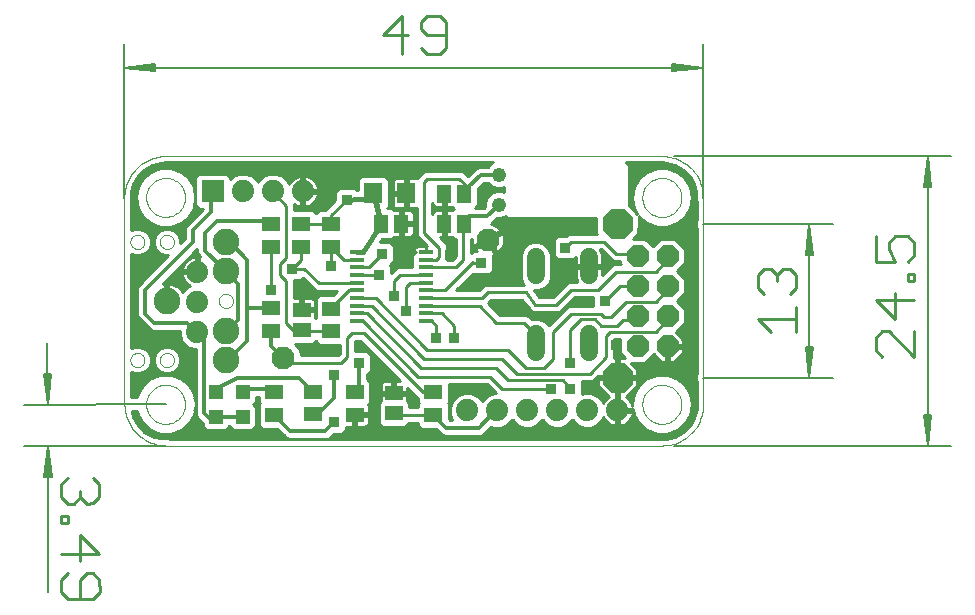
<source format=gtl>
G75*
G70*
%OFA0B0*%
%FSLAX24Y24*%
%IPPOS*%
%LPD*%
%AMOC8*
5,1,8,0,0,1.08239X$1,22.5*
%
%ADD10C,0.0000*%
%ADD11C,0.0051*%
%ADD12C,0.0110*%
%ADD13C,0.0886*%
%ADD14OC8,0.0740*%
%ADD15R,0.0472X0.0472*%
%ADD16R,0.0630X0.0512*%
%ADD17R,0.0512X0.0591*%
%ADD18R,0.0630X0.0709*%
%ADD19C,0.0768*%
%ADD20R,0.0472X0.0118*%
%ADD21C,0.0480*%
%ADD22R,0.0740X0.0740*%
%ADD23C,0.0740*%
%ADD24R,0.0591X0.0512*%
%ADD25C,0.0591*%
%ADD26OC8,0.1000*%
%ADD27C,0.0100*%
%ADD28R,0.0356X0.0356*%
%ADD29C,0.0120*%
%ADD30C,0.0160*%
D10*
X004848Y006033D02*
X004851Y006033D01*
X021387Y006033D01*
X021390Y006033D01*
X020740Y007407D02*
X020742Y007457D01*
X020748Y007507D01*
X020758Y007557D01*
X020771Y007605D01*
X020788Y007653D01*
X020809Y007699D01*
X020833Y007743D01*
X020861Y007785D01*
X020892Y007825D01*
X020926Y007862D01*
X020963Y007897D01*
X021002Y007928D01*
X021043Y007957D01*
X021087Y007982D01*
X021133Y008004D01*
X021180Y008022D01*
X021228Y008036D01*
X021277Y008047D01*
X021327Y008054D01*
X021377Y008057D01*
X021428Y008056D01*
X021478Y008051D01*
X021528Y008042D01*
X021576Y008030D01*
X021624Y008013D01*
X021670Y007993D01*
X021715Y007970D01*
X021758Y007943D01*
X021798Y007913D01*
X021836Y007880D01*
X021871Y007844D01*
X021904Y007805D01*
X021933Y007764D01*
X021959Y007721D01*
X021982Y007676D01*
X022001Y007629D01*
X022016Y007581D01*
X022028Y007532D01*
X022036Y007482D01*
X022040Y007432D01*
X022040Y007382D01*
X022036Y007332D01*
X022028Y007282D01*
X022016Y007233D01*
X022001Y007185D01*
X021982Y007138D01*
X021959Y007093D01*
X021933Y007050D01*
X021904Y007009D01*
X021871Y006970D01*
X021836Y006934D01*
X021798Y006901D01*
X021758Y006871D01*
X021715Y006844D01*
X021670Y006821D01*
X021624Y006801D01*
X021576Y006784D01*
X021528Y006772D01*
X021478Y006763D01*
X021428Y006758D01*
X021377Y006757D01*
X021327Y006760D01*
X021277Y006767D01*
X021228Y006778D01*
X021180Y006792D01*
X021133Y006810D01*
X021087Y006832D01*
X021043Y006857D01*
X021002Y006886D01*
X020963Y006917D01*
X020926Y006952D01*
X020892Y006989D01*
X020861Y007029D01*
X020833Y007071D01*
X020809Y007115D01*
X020788Y007161D01*
X020771Y007209D01*
X020758Y007257D01*
X020748Y007307D01*
X020742Y007357D01*
X020740Y007407D01*
X021387Y006033D02*
X021459Y006035D01*
X021531Y006041D01*
X021603Y006050D01*
X021674Y006063D01*
X021744Y006080D01*
X021813Y006100D01*
X021881Y006125D01*
X021947Y006152D01*
X022013Y006183D01*
X022076Y006218D01*
X022138Y006255D01*
X022197Y006296D01*
X022254Y006340D01*
X022309Y006387D01*
X022361Y006437D01*
X022411Y006489D01*
X022458Y006544D01*
X022502Y006601D01*
X022543Y006660D01*
X022580Y006722D01*
X022615Y006785D01*
X022646Y006851D01*
X022673Y006917D01*
X022698Y006985D01*
X022718Y007054D01*
X022735Y007124D01*
X022748Y007195D01*
X022757Y007267D01*
X022763Y007339D01*
X022765Y007411D01*
X022765Y014300D01*
X020737Y014300D02*
X020739Y014350D01*
X020745Y014400D01*
X020755Y014450D01*
X020768Y014498D01*
X020785Y014546D01*
X020806Y014592D01*
X020830Y014636D01*
X020858Y014678D01*
X020889Y014718D01*
X020923Y014755D01*
X020960Y014790D01*
X020999Y014821D01*
X021040Y014850D01*
X021084Y014875D01*
X021130Y014897D01*
X021177Y014915D01*
X021225Y014929D01*
X021274Y014940D01*
X021324Y014947D01*
X021374Y014950D01*
X021425Y014949D01*
X021475Y014944D01*
X021525Y014935D01*
X021573Y014923D01*
X021621Y014906D01*
X021667Y014886D01*
X021712Y014863D01*
X021755Y014836D01*
X021795Y014806D01*
X021833Y014773D01*
X021868Y014737D01*
X021901Y014698D01*
X021930Y014657D01*
X021956Y014614D01*
X021979Y014569D01*
X021998Y014522D01*
X022013Y014474D01*
X022025Y014425D01*
X022033Y014375D01*
X022037Y014325D01*
X022037Y014275D01*
X022033Y014225D01*
X022025Y014175D01*
X022013Y014126D01*
X021998Y014078D01*
X021979Y014031D01*
X021956Y013986D01*
X021930Y013943D01*
X021901Y013902D01*
X021868Y013863D01*
X021833Y013827D01*
X021795Y013794D01*
X021755Y013764D01*
X021712Y013737D01*
X021667Y013714D01*
X021621Y013694D01*
X021573Y013677D01*
X021525Y013665D01*
X021475Y013656D01*
X021425Y013651D01*
X021374Y013650D01*
X021324Y013653D01*
X021274Y013660D01*
X021225Y013671D01*
X021177Y013685D01*
X021130Y013703D01*
X021084Y013725D01*
X021040Y013750D01*
X020999Y013779D01*
X020960Y013810D01*
X020923Y013845D01*
X020889Y013882D01*
X020858Y013922D01*
X020830Y013964D01*
X020806Y014008D01*
X020785Y014054D01*
X020768Y014102D01*
X020755Y014150D01*
X020745Y014200D01*
X020739Y014250D01*
X020737Y014300D01*
X021387Y015678D02*
X021459Y015676D01*
X021531Y015670D01*
X021603Y015661D01*
X021674Y015648D01*
X021744Y015631D01*
X021813Y015611D01*
X021881Y015586D01*
X021947Y015559D01*
X022013Y015528D01*
X022076Y015493D01*
X022138Y015456D01*
X022197Y015415D01*
X022254Y015371D01*
X022309Y015324D01*
X022361Y015274D01*
X022411Y015222D01*
X022458Y015167D01*
X022502Y015110D01*
X022543Y015051D01*
X022580Y014989D01*
X022615Y014926D01*
X022646Y014860D01*
X022673Y014794D01*
X022698Y014726D01*
X022718Y014657D01*
X022735Y014587D01*
X022748Y014516D01*
X022757Y014444D01*
X022763Y014372D01*
X022765Y014300D01*
X021387Y015678D02*
X004851Y015678D01*
X004198Y014304D02*
X004200Y014354D01*
X004206Y014404D01*
X004216Y014454D01*
X004229Y014502D01*
X004246Y014550D01*
X004267Y014596D01*
X004291Y014640D01*
X004319Y014682D01*
X004350Y014722D01*
X004384Y014759D01*
X004421Y014794D01*
X004460Y014825D01*
X004501Y014854D01*
X004545Y014879D01*
X004591Y014901D01*
X004638Y014919D01*
X004686Y014933D01*
X004735Y014944D01*
X004785Y014951D01*
X004835Y014954D01*
X004886Y014953D01*
X004936Y014948D01*
X004986Y014939D01*
X005034Y014927D01*
X005082Y014910D01*
X005128Y014890D01*
X005173Y014867D01*
X005216Y014840D01*
X005256Y014810D01*
X005294Y014777D01*
X005329Y014741D01*
X005362Y014702D01*
X005391Y014661D01*
X005417Y014618D01*
X005440Y014573D01*
X005459Y014526D01*
X005474Y014478D01*
X005486Y014429D01*
X005494Y014379D01*
X005498Y014329D01*
X005498Y014279D01*
X005494Y014229D01*
X005486Y014179D01*
X005474Y014130D01*
X005459Y014082D01*
X005440Y014035D01*
X005417Y013990D01*
X005391Y013947D01*
X005362Y013906D01*
X005329Y013867D01*
X005294Y013831D01*
X005256Y013798D01*
X005216Y013768D01*
X005173Y013741D01*
X005128Y013718D01*
X005082Y013698D01*
X005034Y013681D01*
X004986Y013669D01*
X004936Y013660D01*
X004886Y013655D01*
X004835Y013654D01*
X004785Y013657D01*
X004735Y013664D01*
X004686Y013675D01*
X004638Y013689D01*
X004591Y013707D01*
X004545Y013729D01*
X004501Y013754D01*
X004460Y013783D01*
X004421Y013814D01*
X004384Y013849D01*
X004350Y013886D01*
X004319Y013926D01*
X004291Y013968D01*
X004267Y014012D01*
X004246Y014058D01*
X004229Y014106D01*
X004216Y014154D01*
X004206Y014204D01*
X004200Y014254D01*
X004198Y014304D01*
X003473Y014300D02*
X003475Y014372D01*
X003481Y014444D01*
X003490Y014516D01*
X003503Y014587D01*
X003520Y014657D01*
X003540Y014726D01*
X003565Y014794D01*
X003592Y014860D01*
X003623Y014926D01*
X003658Y014989D01*
X003695Y015051D01*
X003736Y015110D01*
X003780Y015167D01*
X003827Y015222D01*
X003877Y015274D01*
X003929Y015324D01*
X003984Y015371D01*
X004041Y015415D01*
X004100Y015456D01*
X004162Y015493D01*
X004225Y015528D01*
X004291Y015559D01*
X004357Y015586D01*
X004425Y015611D01*
X004494Y015631D01*
X004564Y015648D01*
X004635Y015661D01*
X004707Y015670D01*
X004779Y015676D01*
X004851Y015678D01*
X003473Y014304D02*
X003473Y014300D01*
X003473Y007450D01*
X003473Y007407D01*
X004198Y007407D02*
X004200Y007457D01*
X004206Y007507D01*
X004216Y007557D01*
X004229Y007605D01*
X004246Y007653D01*
X004267Y007699D01*
X004291Y007743D01*
X004319Y007785D01*
X004350Y007825D01*
X004384Y007862D01*
X004421Y007897D01*
X004460Y007928D01*
X004501Y007957D01*
X004545Y007982D01*
X004591Y008004D01*
X004638Y008022D01*
X004686Y008036D01*
X004735Y008047D01*
X004785Y008054D01*
X004835Y008057D01*
X004886Y008056D01*
X004936Y008051D01*
X004986Y008042D01*
X005034Y008030D01*
X005082Y008013D01*
X005128Y007993D01*
X005173Y007970D01*
X005216Y007943D01*
X005256Y007913D01*
X005294Y007880D01*
X005329Y007844D01*
X005362Y007805D01*
X005391Y007764D01*
X005417Y007721D01*
X005440Y007676D01*
X005459Y007629D01*
X005474Y007581D01*
X005486Y007532D01*
X005494Y007482D01*
X005498Y007432D01*
X005498Y007382D01*
X005494Y007332D01*
X005486Y007282D01*
X005474Y007233D01*
X005459Y007185D01*
X005440Y007138D01*
X005417Y007093D01*
X005391Y007050D01*
X005362Y007009D01*
X005329Y006970D01*
X005294Y006934D01*
X005256Y006901D01*
X005216Y006871D01*
X005173Y006844D01*
X005128Y006821D01*
X005082Y006801D01*
X005034Y006784D01*
X004986Y006772D01*
X004936Y006763D01*
X004886Y006758D01*
X004835Y006757D01*
X004785Y006760D01*
X004735Y006767D01*
X004686Y006778D01*
X004638Y006792D01*
X004591Y006810D01*
X004545Y006832D01*
X004501Y006857D01*
X004460Y006886D01*
X004421Y006917D01*
X004384Y006952D01*
X004350Y006989D01*
X004319Y007029D01*
X004291Y007071D01*
X004267Y007115D01*
X004246Y007161D01*
X004229Y007209D01*
X004216Y007257D01*
X004206Y007307D01*
X004200Y007357D01*
X004198Y007407D01*
X003473Y007450D02*
X003474Y007377D01*
X003479Y007303D01*
X003487Y007231D01*
X003500Y007159D01*
X003516Y007087D01*
X003535Y007017D01*
X003559Y006947D01*
X003586Y006879D01*
X003617Y006813D01*
X003651Y006748D01*
X003688Y006685D01*
X003729Y006624D01*
X003772Y006566D01*
X003819Y006509D01*
X003869Y006455D01*
X003921Y006404D01*
X003976Y006356D01*
X004033Y006311D01*
X004093Y006268D01*
X004155Y006229D01*
X004219Y006193D01*
X004284Y006161D01*
X004352Y006132D01*
X004420Y006107D01*
X004490Y006085D01*
X004561Y006067D01*
X004633Y006052D01*
X004705Y006042D01*
X004778Y006035D01*
X004851Y006032D01*
X004655Y008883D02*
X004657Y008913D01*
X004663Y008943D01*
X004672Y008972D01*
X004685Y008999D01*
X004702Y009024D01*
X004721Y009047D01*
X004744Y009068D01*
X004769Y009085D01*
X004795Y009099D01*
X004824Y009109D01*
X004853Y009116D01*
X004883Y009119D01*
X004914Y009118D01*
X004944Y009113D01*
X004973Y009104D01*
X005000Y009092D01*
X005026Y009077D01*
X005050Y009058D01*
X005071Y009036D01*
X005089Y009012D01*
X005104Y008985D01*
X005115Y008957D01*
X005123Y008928D01*
X005127Y008898D01*
X005127Y008868D01*
X005123Y008838D01*
X005115Y008809D01*
X005104Y008781D01*
X005089Y008754D01*
X005071Y008730D01*
X005050Y008708D01*
X005026Y008689D01*
X005000Y008674D01*
X004973Y008662D01*
X004944Y008653D01*
X004914Y008648D01*
X004883Y008647D01*
X004853Y008650D01*
X004824Y008657D01*
X004795Y008667D01*
X004769Y008681D01*
X004744Y008698D01*
X004721Y008719D01*
X004702Y008742D01*
X004685Y008767D01*
X004672Y008794D01*
X004663Y008823D01*
X004657Y008853D01*
X004655Y008883D01*
X003670Y008883D02*
X003672Y008913D01*
X003678Y008943D01*
X003687Y008972D01*
X003700Y008999D01*
X003717Y009024D01*
X003736Y009047D01*
X003759Y009068D01*
X003784Y009085D01*
X003810Y009099D01*
X003839Y009109D01*
X003868Y009116D01*
X003898Y009119D01*
X003929Y009118D01*
X003959Y009113D01*
X003988Y009104D01*
X004015Y009092D01*
X004041Y009077D01*
X004065Y009058D01*
X004086Y009036D01*
X004104Y009012D01*
X004119Y008985D01*
X004130Y008957D01*
X004138Y008928D01*
X004142Y008898D01*
X004142Y008868D01*
X004138Y008838D01*
X004130Y008809D01*
X004119Y008781D01*
X004104Y008754D01*
X004086Y008730D01*
X004065Y008708D01*
X004041Y008689D01*
X004015Y008674D01*
X003988Y008662D01*
X003959Y008653D01*
X003929Y008648D01*
X003898Y008647D01*
X003868Y008650D01*
X003839Y008657D01*
X003810Y008667D01*
X003784Y008681D01*
X003759Y008698D01*
X003736Y008719D01*
X003717Y008742D01*
X003700Y008767D01*
X003687Y008794D01*
X003678Y008823D01*
X003672Y008853D01*
X003670Y008883D01*
X006623Y010852D02*
X006625Y010882D01*
X006631Y010912D01*
X006640Y010941D01*
X006653Y010968D01*
X006670Y010993D01*
X006689Y011016D01*
X006712Y011037D01*
X006737Y011054D01*
X006763Y011068D01*
X006792Y011078D01*
X006821Y011085D01*
X006851Y011088D01*
X006882Y011087D01*
X006912Y011082D01*
X006941Y011073D01*
X006968Y011061D01*
X006994Y011046D01*
X007018Y011027D01*
X007039Y011005D01*
X007057Y010981D01*
X007072Y010954D01*
X007083Y010926D01*
X007091Y010897D01*
X007095Y010867D01*
X007095Y010837D01*
X007091Y010807D01*
X007083Y010778D01*
X007072Y010750D01*
X007057Y010723D01*
X007039Y010699D01*
X007018Y010677D01*
X006994Y010658D01*
X006968Y010643D01*
X006941Y010631D01*
X006912Y010622D01*
X006882Y010617D01*
X006851Y010616D01*
X006821Y010619D01*
X006792Y010626D01*
X006763Y010636D01*
X006737Y010650D01*
X006712Y010667D01*
X006689Y010688D01*
X006670Y010711D01*
X006653Y010736D01*
X006640Y010763D01*
X006631Y010792D01*
X006625Y010822D01*
X006623Y010852D01*
X004655Y012820D02*
X004657Y012850D01*
X004663Y012880D01*
X004672Y012909D01*
X004685Y012936D01*
X004702Y012961D01*
X004721Y012984D01*
X004744Y013005D01*
X004769Y013022D01*
X004795Y013036D01*
X004824Y013046D01*
X004853Y013053D01*
X004883Y013056D01*
X004914Y013055D01*
X004944Y013050D01*
X004973Y013041D01*
X005000Y013029D01*
X005026Y013014D01*
X005050Y012995D01*
X005071Y012973D01*
X005089Y012949D01*
X005104Y012922D01*
X005115Y012894D01*
X005123Y012865D01*
X005127Y012835D01*
X005127Y012805D01*
X005123Y012775D01*
X005115Y012746D01*
X005104Y012718D01*
X005089Y012691D01*
X005071Y012667D01*
X005050Y012645D01*
X005026Y012626D01*
X005000Y012611D01*
X004973Y012599D01*
X004944Y012590D01*
X004914Y012585D01*
X004883Y012584D01*
X004853Y012587D01*
X004824Y012594D01*
X004795Y012604D01*
X004769Y012618D01*
X004744Y012635D01*
X004721Y012656D01*
X004702Y012679D01*
X004685Y012704D01*
X004672Y012731D01*
X004663Y012760D01*
X004657Y012790D01*
X004655Y012820D01*
X003670Y012820D02*
X003672Y012850D01*
X003678Y012880D01*
X003687Y012909D01*
X003700Y012936D01*
X003717Y012961D01*
X003736Y012984D01*
X003759Y013005D01*
X003784Y013022D01*
X003810Y013036D01*
X003839Y013046D01*
X003868Y013053D01*
X003898Y013056D01*
X003929Y013055D01*
X003959Y013050D01*
X003988Y013041D01*
X004015Y013029D01*
X004041Y013014D01*
X004065Y012995D01*
X004086Y012973D01*
X004104Y012949D01*
X004119Y012922D01*
X004130Y012894D01*
X004138Y012865D01*
X004142Y012835D01*
X004142Y012805D01*
X004138Y012775D01*
X004130Y012746D01*
X004119Y012718D01*
X004104Y012691D01*
X004086Y012667D01*
X004065Y012645D01*
X004041Y012626D01*
X004015Y012611D01*
X003988Y012599D01*
X003959Y012590D01*
X003929Y012585D01*
X003898Y012584D01*
X003868Y012587D01*
X003839Y012594D01*
X003810Y012604D01*
X003784Y012618D01*
X003759Y012635D01*
X003736Y012656D01*
X003717Y012679D01*
X003700Y012704D01*
X003687Y012731D01*
X003678Y012760D01*
X003672Y012790D01*
X003670Y012820D01*
D11*
X000916Y006024D02*
X000927Y001163D01*
X000867Y005000D02*
X000916Y006024D01*
X000816Y005000D01*
X000793Y005000D02*
X000916Y006024D01*
X001021Y005000D01*
X001044Y005000D02*
X000793Y005000D01*
X000970Y005000D02*
X000916Y006024D01*
X001044Y005000D01*
X000129Y006022D02*
X004851Y006033D01*
X004848Y007407D02*
X000126Y007397D01*
X000913Y007398D02*
X000808Y008422D01*
X000785Y008422D02*
X000913Y007398D01*
X001013Y008422D01*
X001036Y008422D02*
X000785Y008422D01*
X000859Y008422D02*
X000913Y007398D01*
X000962Y008422D01*
X001036Y008422D02*
X000913Y007398D01*
X000908Y009446D01*
X003473Y014300D02*
X003473Y019418D01*
X003473Y018631D02*
X004497Y018733D01*
X004497Y018757D02*
X004497Y018505D01*
X003473Y018631D01*
X004497Y018529D01*
X004497Y018580D02*
X003473Y018631D01*
X004497Y018682D01*
X004497Y018757D02*
X003473Y018631D01*
X022765Y018631D01*
X021741Y018529D01*
X021741Y018505D02*
X022765Y018631D01*
X021741Y018733D01*
X021741Y018757D02*
X021741Y018505D01*
X021741Y018580D02*
X022765Y018631D01*
X021741Y018682D01*
X021741Y018757D02*
X022765Y018631D01*
X022765Y019418D02*
X022765Y014300D01*
X022765Y013415D02*
X027095Y013415D01*
X026308Y013415D02*
X026410Y012391D01*
X026434Y012391D02*
X026308Y013415D01*
X026206Y012391D01*
X026182Y012391D02*
X026434Y012391D01*
X026359Y012391D02*
X026308Y013415D01*
X026257Y012391D01*
X026182Y012391D02*
X026308Y013415D01*
X026308Y008296D01*
X026410Y009320D01*
X026434Y009320D02*
X026308Y008296D01*
X026206Y009320D01*
X026182Y009320D02*
X026434Y009320D01*
X026359Y009320D02*
X026308Y008296D01*
X026257Y009320D01*
X026182Y009320D02*
X026308Y008296D01*
X027095Y008296D02*
X022765Y008296D01*
X021780Y006033D02*
X031032Y006033D01*
X030245Y006033D02*
X030347Y007056D01*
X030371Y007056D02*
X030245Y006033D01*
X030143Y007056D01*
X030119Y007056D02*
X030371Y007056D01*
X030296Y007056D02*
X030245Y006033D01*
X030194Y007056D01*
X030119Y007056D02*
X030245Y006033D01*
X030245Y015678D01*
X030347Y014655D01*
X030371Y014655D02*
X030245Y015678D01*
X030143Y014655D01*
X030119Y014655D02*
X030371Y014655D01*
X030296Y014655D02*
X030245Y015678D01*
X030194Y014655D01*
X030119Y014655D02*
X030245Y015678D01*
X031032Y015678D02*
X021780Y015678D01*
D12*
X024802Y011929D02*
X025013Y011929D01*
X025225Y011717D01*
X025436Y011929D01*
X025648Y011929D01*
X025859Y011717D01*
X025859Y011294D01*
X025648Y011083D01*
X025859Y010660D02*
X025859Y009814D01*
X025859Y010237D02*
X024590Y010237D01*
X025013Y009814D01*
X024802Y011083D02*
X024590Y011294D01*
X024590Y011717D01*
X024802Y011929D01*
X025225Y011717D02*
X025225Y011506D01*
X028527Y010895D02*
X029162Y010261D01*
X029162Y011107D01*
X029796Y010895D02*
X028527Y010895D01*
X029585Y011529D02*
X029585Y011741D01*
X029796Y011741D01*
X029796Y011529D01*
X029585Y011529D01*
X029585Y012164D02*
X029796Y012375D01*
X029796Y012798D01*
X029585Y013010D01*
X029162Y013010D01*
X028950Y012798D01*
X028950Y012587D01*
X029162Y012164D01*
X028527Y012164D01*
X028527Y013010D01*
X028739Y009838D02*
X028527Y009626D01*
X028527Y009203D01*
X028739Y008992D01*
X028950Y009838D02*
X029796Y008992D01*
X029796Y009838D01*
X028950Y009838D02*
X028739Y009838D01*
X014192Y019291D02*
X014192Y020137D01*
X013981Y020349D01*
X013558Y020349D01*
X013346Y020137D01*
X013346Y019926D01*
X013558Y019714D01*
X014192Y019714D01*
X014192Y019291D02*
X013981Y019080D01*
X013558Y019080D01*
X013346Y019291D01*
X012924Y019714D02*
X012078Y019714D01*
X012712Y020349D01*
X012712Y019080D01*
X002425Y004948D02*
X002637Y004737D01*
X002637Y004314D01*
X002426Y004102D01*
X002215Y004101D01*
X002003Y004313D01*
X001792Y004101D01*
X001580Y004100D01*
X001368Y004311D01*
X001368Y004735D01*
X001579Y004946D01*
X002003Y004524D02*
X002003Y004313D01*
X001581Y003678D02*
X001369Y003677D01*
X001370Y003466D01*
X001581Y003466D01*
X001581Y003678D01*
X002005Y003044D02*
X002007Y002198D01*
X002219Y001775D02*
X002008Y001564D01*
X002009Y000929D01*
X001586Y000928D02*
X002432Y000930D01*
X002643Y001142D01*
X002642Y001565D01*
X002430Y001776D01*
X002219Y001775D01*
X001584Y001774D02*
X001373Y001563D01*
X001374Y001139D01*
X001586Y000928D01*
X001372Y002408D02*
X002641Y002411D01*
X002005Y003044D01*
D13*
X006859Y008883D03*
X006859Y009867D03*
X004891Y010852D03*
X006859Y011836D03*
X006859Y012820D03*
D14*
X020588Y012349D03*
X021588Y012349D03*
X021588Y011349D03*
X020588Y011349D03*
X020588Y010349D03*
X021588Y010349D03*
X021588Y009349D03*
X020588Y009349D03*
D15*
X007410Y007824D03*
X006525Y007824D03*
X006525Y006997D03*
X007410Y006997D03*
D16*
X008476Y007065D03*
X008476Y007813D03*
X009762Y007819D03*
X009762Y007071D03*
X011151Y007067D03*
X011151Y007815D03*
X010373Y009849D03*
X010373Y010597D03*
X008373Y010607D03*
X008373Y009859D03*
X008373Y012659D03*
X008373Y013407D03*
X009373Y013407D03*
X009373Y012659D03*
X010373Y012659D03*
X010373Y013407D03*
X013772Y007814D03*
X013772Y007065D03*
D17*
X014139Y013433D03*
X014808Y013433D03*
X014808Y014433D03*
X014139Y014433D03*
X012708Y013433D03*
X012039Y013433D03*
D18*
X011772Y014441D03*
X012875Y014441D03*
D19*
X015592Y012898D03*
X008773Y008961D03*
D20*
X011232Y010181D03*
X011232Y010437D03*
X011232Y010693D03*
X011232Y010949D03*
X011232Y011205D03*
X011232Y011461D03*
X011232Y011717D03*
X011232Y011972D03*
X011232Y012228D03*
X011232Y012484D03*
X013515Y012484D03*
X013515Y012228D03*
X013515Y011972D03*
X013515Y011717D03*
X013515Y011461D03*
X013515Y011205D03*
X013515Y010949D03*
X013515Y010693D03*
X013515Y010437D03*
X013515Y010181D03*
D21*
X015952Y014061D03*
X015952Y015061D03*
D22*
X006418Y014512D03*
D23*
X007418Y014512D03*
X008418Y014512D03*
X009418Y014512D03*
X005893Y011823D03*
X005893Y010823D03*
X005893Y009823D03*
X014905Y007209D03*
X015905Y007209D03*
X016905Y007209D03*
X017905Y007209D03*
X018905Y007209D03*
X019905Y007209D03*
D24*
X012456Y007115D03*
X012456Y007784D03*
X009380Y009889D03*
X009380Y010558D03*
D25*
X017188Y009748D02*
X017188Y009158D01*
X018959Y009158D02*
X018959Y009748D01*
X018959Y011717D02*
X018959Y012307D01*
X017188Y012307D02*
X017188Y011717D01*
D26*
X019910Y013415D03*
X019910Y008296D03*
D27*
X019860Y008298D02*
X019210Y008298D01*
X019260Y008346D02*
X019860Y008346D01*
X019860Y008246D01*
X019960Y008246D01*
X019960Y007726D01*
X019955Y007727D01*
X019955Y007259D01*
X019855Y007259D01*
X019855Y007646D01*
X019860Y007646D01*
X019860Y008246D01*
X019260Y008246D01*
X019260Y008027D01*
X019634Y007654D01*
X019632Y007653D01*
X019566Y007605D01*
X019508Y007547D01*
X019460Y007481D01*
X019438Y007438D01*
X019397Y007537D01*
X019233Y007700D01*
X019020Y007789D01*
X018790Y007789D01*
X018716Y007758D01*
X018716Y008173D01*
X018925Y008173D01*
X019028Y008173D01*
X019124Y008212D01*
X019260Y008349D01*
X019260Y008346D01*
X019260Y008200D02*
X019093Y008200D01*
X019260Y008101D02*
X018716Y008101D01*
X018716Y008003D02*
X019285Y008003D01*
X019383Y007904D02*
X018716Y007904D01*
X018716Y007806D02*
X019482Y007806D01*
X019580Y007707D02*
X019217Y007707D01*
X019325Y007609D02*
X019571Y007609D01*
X019481Y007510D02*
X019408Y007510D01*
X019855Y007510D02*
X019955Y007510D01*
X019955Y007412D02*
X019855Y007412D01*
X019855Y007313D02*
X019955Y007313D01*
X019955Y007259D02*
X020421Y007259D01*
X020455Y007067D01*
X020628Y006768D01*
X020628Y006768D01*
X020892Y006546D01*
X021217Y006427D01*
X021563Y006427D01*
X021887Y006546D01*
X021887Y006546D01*
X022152Y006768D01*
X022325Y007067D01*
X022325Y007067D01*
X022385Y007407D01*
X022385Y007407D01*
X022325Y007748D01*
X022152Y008047D01*
X022152Y008047D01*
X021887Y008269D01*
X021563Y008387D01*
X021217Y008387D01*
X020892Y008269D01*
X020628Y008047D01*
X020455Y007748D01*
X020395Y007407D01*
X020404Y007356D01*
X020387Y007408D01*
X020350Y007481D01*
X020302Y007547D01*
X020244Y007605D01*
X020183Y007650D01*
X020560Y008027D01*
X020560Y008246D01*
X019960Y008246D01*
X019960Y008346D01*
X020560Y008346D01*
X020560Y008566D01*
X020357Y008769D01*
X020828Y008769D01*
X021130Y009071D01*
X021372Y008829D01*
X021538Y008829D01*
X021538Y009299D01*
X021638Y009299D01*
X021638Y009399D01*
X022108Y009399D01*
X022108Y009564D01*
X021865Y009806D01*
X022168Y010109D01*
X022168Y010589D01*
X021908Y010849D01*
X022168Y011109D01*
X022168Y011589D01*
X021908Y011849D01*
X022168Y012109D01*
X022168Y012589D01*
X021828Y012929D01*
X021347Y012929D01*
X021088Y012669D01*
X020828Y012929D01*
X020429Y012929D01*
X020620Y013120D01*
X020620Y013668D01*
X020624Y013661D01*
X020889Y013439D01*
X020889Y013439D01*
X021214Y013320D01*
X021560Y013320D01*
X021884Y013439D01*
X022149Y013661D01*
X022322Y013960D01*
X022382Y014300D01*
X022382Y014300D01*
X022322Y014641D01*
X022149Y014940D01*
X021884Y015162D01*
X021560Y015280D01*
X021214Y015280D01*
X020889Y015162D01*
X020624Y014940D01*
X020452Y014641D01*
X020392Y014300D01*
X020452Y013960D01*
X020565Y013764D01*
X020287Y014042D01*
X020287Y015366D01*
X020185Y015468D01*
X021387Y015468D01*
X021539Y015458D01*
X021834Y015379D01*
X022098Y015227D01*
X022313Y015011D01*
X022466Y014747D01*
X022529Y014511D01*
X022529Y014203D01*
X022555Y014177D01*
X022555Y013538D01*
X022529Y013512D01*
X022529Y013317D01*
X022555Y013291D01*
X022555Y008420D01*
X022529Y008394D01*
X022529Y008199D01*
X022555Y008173D01*
X022555Y007411D01*
X022545Y007258D01*
X022466Y006964D01*
X022313Y006700D01*
X022098Y006484D01*
X021834Y006332D01*
X021539Y006253D01*
X021387Y006243D01*
X004974Y006243D01*
X004948Y006268D01*
X004654Y006268D01*
X004401Y006339D01*
X004135Y006498D01*
X003919Y006721D01*
X003767Y006991D01*
X003722Y007169D01*
X003895Y007170D01*
X003913Y007067D01*
X004086Y006768D01*
X004086Y006768D01*
X004351Y006546D01*
X004675Y006427D01*
X005021Y006427D01*
X005346Y006546D01*
X005610Y006768D01*
X005610Y006768D01*
X005783Y007067D01*
X005843Y007407D01*
X005843Y007407D01*
X005783Y007748D01*
X005610Y008047D01*
X005346Y008269D01*
X005021Y008387D01*
X004675Y008387D01*
X004351Y008269D01*
X004351Y008269D01*
X004086Y008047D01*
X003913Y007748D01*
X003913Y007748D01*
X003894Y007641D01*
X003683Y007640D01*
X003683Y008492D01*
X003818Y008437D01*
X003995Y008437D01*
X004159Y008505D01*
X004285Y008630D01*
X004353Y008794D01*
X004353Y008972D01*
X004285Y009136D01*
X004159Y009261D01*
X003995Y009329D01*
X003818Y009329D01*
X003683Y009274D01*
X003683Y012429D01*
X003818Y012374D01*
X003995Y012374D01*
X004159Y012442D01*
X004285Y012567D01*
X004353Y012731D01*
X004353Y012909D01*
X004285Y013073D01*
X004159Y013198D01*
X003995Y013266D01*
X003818Y013266D01*
X003683Y013211D01*
X003683Y014177D01*
X003709Y014203D01*
X003709Y014511D01*
X003772Y014747D01*
X003925Y015011D01*
X004140Y015227D01*
X004404Y015379D01*
X004699Y015458D01*
X004851Y015468D01*
X015758Y015468D01*
X015697Y015443D01*
X015585Y015331D01*
X015365Y015331D01*
X015316Y015333D01*
X015312Y015331D01*
X015307Y015331D01*
X015262Y015312D01*
X015215Y015295D01*
X015212Y015292D01*
X015208Y015290D01*
X015173Y015255D01*
X014922Y015018D01*
X014860Y015080D01*
X014787Y015153D01*
X014691Y015193D01*
X013522Y015193D01*
X013426Y015153D01*
X013353Y015080D01*
X013253Y014980D01*
X013236Y014938D01*
X013209Y014945D01*
X012925Y014945D01*
X012925Y014491D01*
X012825Y014491D01*
X012825Y014945D01*
X012540Y014945D01*
X012502Y014935D01*
X012467Y014915D01*
X012440Y014887D01*
X012420Y014853D01*
X012410Y014815D01*
X012410Y014491D01*
X012825Y014491D01*
X012825Y014391D01*
X012925Y014391D01*
X012925Y013936D01*
X013209Y013936D01*
X013213Y013937D01*
X013213Y013081D01*
X013253Y012985D01*
X013326Y012912D01*
X013545Y012693D01*
X013515Y012693D01*
X013259Y012693D01*
X013221Y012683D01*
X013187Y012663D01*
X013159Y012635D01*
X013139Y012601D01*
X013129Y012563D01*
X013129Y012484D01*
X013129Y012434D01*
X013069Y012374D01*
X013069Y011977D01*
X012606Y011977D01*
X012510Y011937D01*
X012361Y011788D01*
X012361Y011998D01*
X012315Y012045D01*
X012338Y012045D01*
X012461Y012168D01*
X012461Y012698D01*
X012338Y012821D01*
X011995Y012821D01*
X012062Y012927D01*
X012382Y012927D01*
X012442Y012987D01*
X012658Y012987D01*
X012658Y013383D01*
X012758Y013383D01*
X012758Y013483D01*
X012658Y013483D01*
X012658Y013878D01*
X012442Y013878D01*
X012382Y013938D01*
X012236Y013938D01*
X012297Y013999D01*
X012297Y014882D01*
X012174Y015005D01*
X011370Y015005D01*
X011247Y014882D01*
X011247Y014545D01*
X011216Y014543D01*
X011142Y014618D01*
X010611Y014618D01*
X010488Y014495D01*
X010488Y014209D01*
X010153Y013874D01*
X010153Y013873D01*
X009971Y013873D01*
X009873Y013775D01*
X009775Y013873D01*
X009133Y013873D01*
X009133Y014076D01*
X009146Y014067D01*
X009218Y014030D01*
X009296Y014005D01*
X009368Y013993D01*
X009368Y014462D01*
X009468Y014462D01*
X009468Y014562D01*
X009368Y014562D01*
X009368Y015030D01*
X009296Y015019D01*
X009218Y014994D01*
X009146Y014957D01*
X009079Y014908D01*
X009021Y014851D01*
X008973Y014784D01*
X008951Y014741D01*
X008910Y014840D01*
X008747Y015003D01*
X008533Y015092D01*
X008303Y015092D01*
X008090Y015003D01*
X007926Y014840D01*
X007918Y014820D01*
X007910Y014840D01*
X007747Y015003D01*
X007533Y015092D01*
X007303Y015092D01*
X007090Y015003D01*
X006998Y014912D01*
X006998Y014969D01*
X006875Y015092D01*
X005961Y015092D01*
X005838Y014969D01*
X005838Y014333D01*
X005783Y014644D01*
X005610Y014943D01*
X005610Y014943D01*
X005346Y015165D01*
X005346Y015165D01*
X005021Y015284D01*
X004675Y015284D01*
X004351Y015165D01*
X004351Y015165D01*
X004086Y014943D01*
X003913Y014644D01*
X003913Y014644D01*
X003853Y014304D01*
X003853Y014304D01*
X003913Y013963D01*
X004086Y013664D01*
X004086Y013664D01*
X004351Y013442D01*
X004675Y013324D01*
X005021Y013324D01*
X005346Y013442D01*
X005610Y013664D01*
X005610Y013664D01*
X005783Y013963D01*
X005838Y014274D01*
X005838Y014055D01*
X005961Y013932D01*
X006091Y013932D01*
X005544Y013386D01*
X005503Y013286D01*
X005503Y012944D01*
X005337Y012778D01*
X005337Y012909D01*
X005269Y013073D01*
X005143Y013198D01*
X004979Y013266D01*
X004802Y013266D01*
X004638Y013198D01*
X004512Y013073D01*
X004444Y012909D01*
X004444Y012731D01*
X004512Y012567D01*
X004638Y012442D01*
X004802Y012374D01*
X004933Y012374D01*
X003944Y011386D01*
X003903Y011286D01*
X003903Y010379D01*
X003944Y010280D01*
X004020Y010204D01*
X004320Y009904D01*
X004420Y009863D01*
X005313Y009863D01*
X005313Y009707D01*
X005402Y009494D01*
X005565Y009331D01*
X005778Y009243D01*
X005861Y009243D01*
X005861Y007062D01*
X005902Y006962D01*
X006078Y006786D01*
X006078Y006674D01*
X006201Y006551D01*
X006848Y006551D01*
X006967Y006671D01*
X007087Y006551D01*
X007734Y006551D01*
X007857Y006674D01*
X007857Y007320D01*
X007766Y007411D01*
X007857Y007501D01*
X007857Y007663D01*
X007951Y007663D01*
X007951Y007470D01*
X007982Y007439D01*
X007951Y007408D01*
X007951Y006722D01*
X008074Y006599D01*
X008555Y006599D01*
X008777Y006373D01*
X008778Y006372D01*
X008815Y006335D01*
X008851Y006297D01*
X008853Y006297D01*
X008853Y006296D01*
X008902Y006276D01*
X008950Y006255D01*
X008952Y006255D01*
X008953Y006255D01*
X009005Y006255D01*
X009058Y006254D01*
X009059Y006255D01*
X010220Y006255D01*
X010319Y006296D01*
X010455Y006432D01*
X010727Y006432D01*
X010850Y006555D01*
X010850Y006661D01*
X011101Y006661D01*
X011101Y007017D01*
X011201Y007017D01*
X011201Y007117D01*
X011615Y007117D01*
X011615Y007342D01*
X011605Y007380D01*
X011598Y007394D01*
X011675Y007472D01*
X011675Y008158D01*
X011571Y008262D01*
X011571Y008405D01*
X011689Y008523D01*
X011689Y009054D01*
X011566Y009177D01*
X011165Y009177D01*
X011165Y009513D01*
X011338Y009513D01*
X012661Y008190D01*
X012506Y008190D01*
X012506Y007834D01*
X012901Y007834D01*
X012901Y007950D01*
X013197Y007654D01*
X013199Y007650D01*
X013234Y007617D01*
X013247Y007604D01*
X013247Y007471D01*
X013278Y007439D01*
X013247Y007408D01*
X013247Y007315D01*
X012961Y007315D01*
X012961Y007458D01*
X012901Y007518D01*
X012901Y007734D01*
X012506Y007734D01*
X012506Y007834D01*
X012406Y007834D01*
X012406Y007734D01*
X012011Y007734D01*
X012011Y007518D01*
X011951Y007458D01*
X011951Y006772D01*
X012074Y006649D01*
X012838Y006649D01*
X012961Y006772D01*
X012961Y006795D01*
X013247Y006795D01*
X013247Y006723D01*
X013370Y006600D01*
X013850Y006600D01*
X013975Y006472D01*
X013975Y006470D01*
X014012Y006433D01*
X014049Y006396D01*
X014050Y006395D01*
X014051Y006394D01*
X014099Y006374D01*
X014147Y006354D01*
X014149Y006354D01*
X014150Y006353D01*
X014202Y006353D01*
X014255Y006353D01*
X014256Y006353D01*
X015338Y006353D01*
X015437Y006394D01*
X015513Y006470D01*
X015706Y006663D01*
X015790Y006629D01*
X016020Y006629D01*
X016233Y006717D01*
X016397Y006880D01*
X016405Y006900D01*
X016413Y006880D01*
X016576Y006717D01*
X016790Y006629D01*
X017020Y006629D01*
X017233Y006717D01*
X017397Y006880D01*
X017405Y006900D01*
X017413Y006880D01*
X017576Y006717D01*
X017790Y006629D01*
X018020Y006629D01*
X018233Y006717D01*
X018397Y006880D01*
X018405Y006900D01*
X018413Y006880D01*
X018576Y006717D01*
X018790Y006629D01*
X019020Y006629D01*
X019233Y006717D01*
X019397Y006880D01*
X019438Y006980D01*
X019460Y006936D01*
X019508Y006870D01*
X019566Y006812D01*
X019632Y006764D01*
X019705Y006727D01*
X019783Y006702D01*
X019855Y006690D01*
X019855Y007159D01*
X019955Y007159D01*
X019955Y007259D01*
X019955Y007215D02*
X020429Y007215D01*
X020424Y007159D02*
X019955Y007159D01*
X019955Y006690D01*
X020027Y006702D01*
X020105Y006727D01*
X020177Y006764D01*
X020244Y006812D01*
X020302Y006870D01*
X020350Y006936D01*
X020387Y007009D01*
X020412Y007087D01*
X020424Y007159D01*
X020417Y007116D02*
X020446Y007116D01*
X020455Y007067D02*
X020455Y007067D01*
X020483Y007018D02*
X020390Y007018D01*
X020337Y006919D02*
X020540Y006919D01*
X020597Y006821D02*
X020252Y006821D01*
X020090Y006722D02*
X020682Y006722D01*
X020799Y006624D02*
X015667Y006624D01*
X015568Y006525D02*
X020949Y006525D01*
X020892Y006546D02*
X020892Y006546D01*
X021831Y006525D02*
X022139Y006525D01*
X022237Y006624D02*
X021980Y006624D01*
X022098Y006722D02*
X022326Y006722D01*
X022383Y006821D02*
X022183Y006821D01*
X022152Y006768D02*
X022152Y006768D01*
X022152Y006768D01*
X022240Y006919D02*
X022440Y006919D01*
X022480Y007018D02*
X022296Y007018D01*
X022334Y007116D02*
X022507Y007116D01*
X022533Y007215D02*
X022351Y007215D01*
X022368Y007313D02*
X022548Y007313D01*
X022555Y007412D02*
X022384Y007412D01*
X022367Y007510D02*
X022555Y007510D01*
X022555Y007609D02*
X022350Y007609D01*
X022332Y007707D02*
X022555Y007707D01*
X022555Y007806D02*
X022292Y007806D01*
X022325Y007748D02*
X022325Y007748D01*
X022235Y007904D02*
X022555Y007904D01*
X022555Y008003D02*
X022178Y008003D01*
X022088Y008101D02*
X022555Y008101D01*
X022529Y008200D02*
X021970Y008200D01*
X021887Y008269D02*
X021887Y008269D01*
X021808Y008298D02*
X022529Y008298D01*
X022532Y008397D02*
X020560Y008397D01*
X020560Y008495D02*
X022555Y008495D01*
X022555Y008594D02*
X020532Y008594D01*
X020434Y008692D02*
X022555Y008692D01*
X022555Y008791D02*
X020850Y008791D01*
X020948Y008889D02*
X021312Y008889D01*
X021213Y008988D02*
X021047Y008988D01*
X021538Y008988D02*
X021638Y008988D01*
X021638Y009086D02*
X021538Y009086D01*
X021538Y009185D02*
X021638Y009185D01*
X021638Y009283D02*
X021538Y009283D01*
X021638Y009299D02*
X021638Y008829D01*
X021803Y008829D01*
X022108Y009133D01*
X022108Y009299D01*
X021638Y009299D01*
X021638Y009382D02*
X022555Y009382D01*
X022555Y009480D02*
X022108Y009480D01*
X022093Y009579D02*
X022555Y009579D01*
X022555Y009677D02*
X021995Y009677D01*
X021896Y009776D02*
X022555Y009776D01*
X022555Y009874D02*
X021933Y009874D01*
X022032Y009973D02*
X022555Y009973D01*
X022555Y010071D02*
X022130Y010071D01*
X022168Y010170D02*
X022555Y010170D01*
X022555Y010268D02*
X022168Y010268D01*
X022168Y010367D02*
X022555Y010367D01*
X022555Y010465D02*
X022168Y010465D01*
X022168Y010564D02*
X022555Y010564D01*
X022555Y010662D02*
X022094Y010662D01*
X021996Y010761D02*
X022555Y010761D01*
X022555Y010859D02*
X021918Y010859D01*
X022017Y010958D02*
X022555Y010958D01*
X022555Y011056D02*
X022115Y011056D01*
X022168Y011155D02*
X022555Y011155D01*
X022555Y011253D02*
X022168Y011253D01*
X022168Y011352D02*
X022555Y011352D01*
X022555Y011450D02*
X022168Y011450D01*
X022168Y011549D02*
X022555Y011549D01*
X022555Y011647D02*
X022109Y011647D01*
X022011Y011746D02*
X022555Y011746D01*
X022555Y011844D02*
X021912Y011844D01*
X022002Y011943D02*
X022555Y011943D01*
X022555Y012041D02*
X022100Y012041D01*
X022168Y012140D02*
X022555Y012140D01*
X022555Y012238D02*
X022168Y012238D01*
X022168Y012337D02*
X022555Y012337D01*
X022555Y012435D02*
X022168Y012435D01*
X022168Y012534D02*
X022555Y012534D01*
X022555Y012632D02*
X022124Y012632D01*
X022026Y012731D02*
X022555Y012731D01*
X022555Y012829D02*
X021927Y012829D01*
X021829Y012928D02*
X022555Y012928D01*
X022555Y013026D02*
X020526Y013026D01*
X020620Y013125D02*
X022555Y013125D01*
X022555Y013223D02*
X020620Y013223D01*
X020620Y013322D02*
X021210Y013322D01*
X020940Y013420D02*
X020620Y013420D01*
X020620Y013519D02*
X020794Y013519D01*
X020676Y013617D02*
X020620Y013617D01*
X020624Y013661D02*
X020624Y013661D01*
X020536Y013814D02*
X020515Y013814D01*
X020479Y013913D02*
X020416Y013913D01*
X020452Y013960D02*
X020452Y013960D01*
X020443Y014011D02*
X020318Y014011D01*
X020287Y014110D02*
X020425Y014110D01*
X020408Y014208D02*
X020287Y014208D01*
X020287Y014307D02*
X020393Y014307D01*
X020392Y014300D02*
X020392Y014300D01*
X020410Y014405D02*
X020287Y014405D01*
X020287Y014504D02*
X020427Y014504D01*
X020445Y014602D02*
X020287Y014602D01*
X020287Y014701D02*
X020486Y014701D01*
X020452Y014641D02*
X020452Y014641D01*
X020543Y014799D02*
X020287Y014799D01*
X020287Y014898D02*
X020600Y014898D01*
X020624Y014940D02*
X020624Y014940D01*
X020624Y014940D01*
X020691Y014996D02*
X020287Y014996D01*
X020287Y015095D02*
X020809Y015095D01*
X020889Y015162D02*
X020889Y015162D01*
X020974Y015193D02*
X020287Y015193D01*
X020287Y015292D02*
X021986Y015292D01*
X021884Y015162D02*
X021884Y015162D01*
X021799Y015193D02*
X022132Y015193D01*
X022230Y015095D02*
X021965Y015095D01*
X022082Y014996D02*
X022322Y014996D01*
X022379Y014898D02*
X022174Y014898D01*
X022149Y014940D02*
X022149Y014940D01*
X022230Y014799D02*
X022436Y014799D01*
X022478Y014701D02*
X022287Y014701D01*
X022322Y014641D02*
X022322Y014641D01*
X022329Y014602D02*
X022505Y014602D01*
X022529Y014504D02*
X022346Y014504D01*
X022363Y014405D02*
X022529Y014405D01*
X022529Y014307D02*
X022381Y014307D01*
X022366Y014208D02*
X022529Y014208D01*
X022555Y014110D02*
X022348Y014110D01*
X022331Y014011D02*
X022555Y014011D01*
X022555Y013913D02*
X022295Y013913D01*
X022322Y013960D02*
X022322Y013960D01*
X022238Y013814D02*
X022555Y013814D01*
X022555Y013716D02*
X022181Y013716D01*
X022149Y013661D02*
X022149Y013661D01*
X022149Y013661D01*
X022097Y013617D02*
X022555Y013617D01*
X022536Y013519D02*
X021980Y013519D01*
X021884Y013439D02*
X021884Y013439D01*
X021834Y013420D02*
X022529Y013420D01*
X022529Y013322D02*
X021563Y013322D01*
X021346Y012928D02*
X020829Y012928D01*
X020927Y012829D02*
X021248Y012829D01*
X021149Y012731D02*
X021026Y012731D01*
X020588Y012349D02*
X020405Y012433D01*
X019873Y012433D01*
X019473Y012833D01*
X018373Y012833D01*
X018173Y012633D01*
X017785Y012632D02*
X017577Y012632D01*
X017616Y012594D02*
X017474Y012736D01*
X017288Y012813D01*
X017087Y012813D01*
X016901Y012736D01*
X016759Y012594D01*
X016682Y012408D01*
X016682Y011616D01*
X016759Y011431D01*
X016791Y011399D01*
X015528Y011399D01*
X015432Y011359D01*
X015359Y011286D01*
X015282Y011209D01*
X014529Y011209D01*
X015080Y011760D01*
X015102Y011738D01*
X015632Y011738D01*
X015755Y011861D01*
X015755Y012390D01*
X015797Y012403D01*
X015815Y012412D01*
X015574Y012830D01*
X015157Y012589D01*
X015185Y012550D01*
X015221Y012514D01*
X015102Y012514D01*
X015033Y012446D01*
X015033Y012927D01*
X015058Y012927D01*
X015058Y012856D01*
X015072Y012773D01*
X015098Y012693D01*
X015107Y012675D01*
X015524Y012916D01*
X015574Y012830D01*
X015661Y012880D01*
X015611Y012966D01*
X016028Y013207D01*
X015999Y013246D01*
X015940Y013305D01*
X015872Y013355D01*
X015797Y013393D01*
X015717Y013419D01*
X015678Y013425D01*
X015711Y013439D01*
X015884Y013611D01*
X016041Y013611D01*
X016187Y013672D01*
X016240Y013619D01*
X019200Y013619D01*
X019200Y013120D01*
X019228Y013093D01*
X018322Y013093D01*
X018226Y013053D01*
X018194Y013021D01*
X017908Y013021D01*
X017785Y012898D01*
X017785Y012368D01*
X017908Y012245D01*
X018438Y012245D01*
X018514Y012320D01*
X018514Y012061D01*
X018911Y012061D01*
X018911Y011964D01*
X018514Y011964D01*
X018514Y011682D01*
X018525Y011613D01*
X018547Y011546D01*
X018575Y011491D01*
X018320Y011491D01*
X018225Y011451D01*
X018151Y011378D01*
X017766Y010993D01*
X017303Y010993D01*
X017138Y011212D01*
X017288Y011212D01*
X017474Y011289D01*
X017616Y011431D01*
X017693Y011616D01*
X017693Y012408D01*
X017616Y012594D01*
X017641Y012534D02*
X017785Y012534D01*
X017785Y012435D02*
X017682Y012435D01*
X017693Y012337D02*
X017816Y012337D01*
X017693Y012238D02*
X018514Y012238D01*
X018514Y012140D02*
X017693Y012140D01*
X017693Y012041D02*
X018911Y012041D01*
X019008Y012041D02*
X019713Y012041D01*
X019723Y012051D02*
X019404Y011733D01*
X019404Y011964D01*
X019008Y011964D01*
X019008Y012061D01*
X019404Y012061D01*
X019404Y012342D01*
X019394Y012412D01*
X019372Y012478D01*
X019340Y012541D01*
X019317Y012573D01*
X019366Y012573D01*
X019653Y012285D01*
X019726Y012212D01*
X019822Y012173D01*
X020008Y012173D01*
X020008Y012109D01*
X020025Y012091D01*
X019819Y012091D01*
X019723Y012051D01*
X019614Y011943D02*
X019404Y011943D01*
X019404Y011844D02*
X019516Y011844D01*
X019417Y011746D02*
X019404Y011746D01*
X019404Y012140D02*
X020008Y012140D01*
X019700Y012238D02*
X019404Y012238D01*
X019404Y012337D02*
X019602Y012337D01*
X019503Y012435D02*
X019386Y012435D01*
X019405Y012534D02*
X019344Y012534D01*
X019200Y013125D02*
X015885Y013125D01*
X015914Y013026D02*
X015714Y013026D01*
X015744Y012928D02*
X015633Y012928D01*
X015661Y012880D02*
X016078Y013121D01*
X016087Y013103D01*
X016113Y013023D01*
X016126Y012940D01*
X016126Y012856D01*
X016113Y012773D01*
X016087Y012693D01*
X016049Y012618D01*
X015999Y012550D01*
X015940Y012491D01*
X015901Y012463D01*
X015661Y012880D01*
X015690Y012829D02*
X015574Y012829D01*
X015573Y012829D02*
X015373Y012829D01*
X015402Y012731D02*
X015202Y012731D01*
X015232Y012632D02*
X015033Y012632D01*
X015033Y012534D02*
X015202Y012534D01*
X015085Y012731D02*
X015033Y012731D01*
X015033Y012829D02*
X015063Y012829D01*
X014513Y012829D02*
X014145Y012829D01*
X014194Y012780D02*
X013986Y012987D01*
X014089Y012987D01*
X014089Y013383D01*
X014189Y013383D01*
X014189Y012987D01*
X014405Y012987D01*
X014465Y012927D01*
X014513Y012927D01*
X014513Y012340D01*
X014405Y012232D01*
X014213Y012232D01*
X014233Y012281D01*
X014233Y012684D01*
X014194Y012780D01*
X014214Y012731D02*
X014513Y012731D01*
X014513Y012632D02*
X014233Y012632D01*
X014233Y012534D02*
X014513Y012534D01*
X014513Y012435D02*
X014233Y012435D01*
X014233Y012337D02*
X014510Y012337D01*
X014411Y012238D02*
X014216Y012238D01*
X013973Y012333D02*
X013869Y012228D01*
X013515Y012228D01*
X013515Y011972D02*
X014513Y011972D01*
X014773Y012233D01*
X014773Y013398D01*
X014465Y012928D02*
X014046Y012928D01*
X014089Y013026D02*
X014189Y013026D01*
X014189Y013125D02*
X014089Y013125D01*
X014089Y013223D02*
X014189Y013223D01*
X014189Y013322D02*
X014089Y013322D01*
X014089Y013483D02*
X014089Y013878D01*
X013863Y013878D01*
X013825Y013868D01*
X013791Y013848D01*
X013763Y013820D01*
X013743Y013786D01*
X013733Y013750D01*
X013733Y014116D01*
X013743Y014079D01*
X013763Y014045D01*
X013791Y014017D01*
X013825Y013998D01*
X013863Y013987D01*
X014089Y013987D01*
X014089Y014383D01*
X014189Y014383D01*
X014189Y013987D01*
X014405Y013987D01*
X014460Y013933D01*
X014405Y013878D01*
X014189Y013878D01*
X014189Y013483D01*
X014089Y013483D01*
X014089Y013519D02*
X014189Y013519D01*
X014189Y013617D02*
X014089Y013617D01*
X014089Y013716D02*
X014189Y013716D01*
X014189Y013814D02*
X014089Y013814D01*
X014089Y014011D02*
X014189Y014011D01*
X014189Y014110D02*
X014089Y014110D01*
X014089Y014208D02*
X014189Y014208D01*
X014189Y014307D02*
X014089Y014307D01*
X013735Y014110D02*
X013733Y014110D01*
X013733Y014011D02*
X013801Y014011D01*
X013733Y013913D02*
X014440Y013913D01*
X013759Y013814D02*
X013733Y013814D01*
X013213Y013814D02*
X013087Y013814D01*
X013084Y013820D02*
X013104Y013786D01*
X013114Y013748D01*
X013114Y013483D01*
X012758Y013483D01*
X012758Y013878D01*
X012984Y013878D01*
X013022Y013868D01*
X013056Y013848D01*
X013084Y013820D01*
X013114Y013716D02*
X013213Y013716D01*
X013213Y013617D02*
X013114Y013617D01*
X013114Y013519D02*
X013213Y013519D01*
X013213Y013420D02*
X012758Y013420D01*
X012758Y013383D02*
X013114Y013383D01*
X013114Y013118D01*
X013104Y013079D01*
X013084Y013045D01*
X013056Y013017D01*
X013022Y012998D01*
X012984Y012987D01*
X012758Y012987D01*
X012758Y013383D01*
X012758Y013322D02*
X012658Y013322D01*
X012658Y013223D02*
X012758Y013223D01*
X012758Y013125D02*
X012658Y013125D01*
X012658Y013026D02*
X012758Y013026D01*
X013065Y013026D02*
X013236Y013026D01*
X013213Y013125D02*
X013114Y013125D01*
X013114Y013223D02*
X013213Y013223D01*
X013213Y013322D02*
X013114Y013322D01*
X013473Y013133D02*
X013473Y014833D01*
X013573Y014933D01*
X014640Y014933D01*
X014929Y014643D01*
X015274Y014608D02*
X015274Y014050D01*
X015161Y013938D01*
X015446Y013938D01*
X015502Y013993D01*
X015502Y014151D01*
X015570Y014316D01*
X015697Y014443D01*
X015862Y014511D01*
X016041Y014511D01*
X016117Y014480D01*
X016117Y014643D01*
X016041Y014611D01*
X015862Y014611D01*
X015697Y014680D01*
X015585Y014791D01*
X015468Y014791D01*
X015274Y014608D01*
X015274Y014602D02*
X016117Y014602D01*
X016117Y014504D02*
X016060Y014504D01*
X015844Y014504D02*
X015274Y014504D01*
X015274Y014405D02*
X015659Y014405D01*
X015566Y014307D02*
X015274Y014307D01*
X015274Y014208D02*
X015525Y014208D01*
X015502Y014110D02*
X015274Y014110D01*
X015235Y014011D02*
X015502Y014011D01*
X015791Y013519D02*
X019200Y013519D01*
X019200Y013617D02*
X016055Y013617D01*
X015917Y013322D02*
X019200Y013322D01*
X019200Y013420D02*
X015708Y013420D01*
X016016Y013223D02*
X019200Y013223D01*
X018199Y013026D02*
X016112Y013026D01*
X016126Y012928D02*
X017815Y012928D01*
X017785Y012829D02*
X016122Y012829D01*
X016099Y012731D02*
X016896Y012731D01*
X016798Y012632D02*
X016056Y012632D01*
X015983Y012534D02*
X016734Y012534D01*
X016694Y012435D02*
X015802Y012435D01*
X015755Y012337D02*
X016682Y012337D01*
X016682Y012238D02*
X015755Y012238D01*
X015755Y012140D02*
X016682Y012140D01*
X016682Y012041D02*
X015755Y012041D01*
X015755Y011943D02*
X016682Y011943D01*
X016682Y011844D02*
X015738Y011844D01*
X015640Y011746D02*
X016682Y011746D01*
X016682Y011647D02*
X014967Y011647D01*
X014869Y011549D02*
X016710Y011549D01*
X016751Y011450D02*
X014770Y011450D01*
X014672Y011352D02*
X015425Y011352D01*
X015326Y011253D02*
X014573Y011253D01*
X014157Y011205D02*
X015088Y012135D01*
X015096Y012126D01*
X015367Y012126D01*
X015095Y011746D02*
X015066Y011746D01*
X015580Y011139D02*
X016867Y011139D01*
X017173Y010733D01*
X017873Y010733D01*
X018372Y011231D01*
X019270Y011231D01*
X019870Y011831D01*
X021178Y011831D01*
X021588Y012241D01*
X021588Y012349D01*
X021588Y011349D02*
X021588Y011241D01*
X021178Y010831D01*
X020178Y010831D01*
X019680Y010333D01*
X019473Y010333D01*
X019372Y010434D01*
X018375Y010434D01*
X017773Y009833D01*
X017773Y008933D01*
X017473Y008633D01*
X016873Y008633D01*
X016273Y009233D01*
X013573Y009233D01*
X011857Y010949D01*
X011232Y010949D01*
X011232Y011205D02*
X010945Y011205D01*
X010273Y010533D01*
X010373Y010597D01*
X010436Y011063D02*
X009971Y011063D01*
X009848Y010940D01*
X009848Y010268D01*
X009848Y010268D01*
X009825Y010291D01*
X009825Y010508D01*
X009430Y010508D01*
X009430Y010608D01*
X009825Y010608D01*
X009825Y010833D01*
X009815Y010872D01*
X009795Y010906D01*
X009767Y010934D01*
X009733Y010954D01*
X009695Y010964D01*
X009430Y010964D01*
X009430Y010608D01*
X009330Y010608D01*
X009330Y010964D01*
X009133Y010964D01*
X009133Y011545D01*
X009338Y011545D01*
X009416Y011622D01*
X009798Y011240D01*
X009894Y011201D01*
X010574Y011201D01*
X010436Y011063D01*
X010528Y011155D02*
X009133Y011155D01*
X009133Y011253D02*
X009785Y011253D01*
X009687Y011352D02*
X009133Y011352D01*
X009133Y011450D02*
X009588Y011450D01*
X009490Y011549D02*
X009343Y011549D01*
X009380Y011326D02*
X009380Y010558D01*
X009430Y010564D02*
X009848Y010564D01*
X009848Y010662D02*
X009825Y010662D01*
X009825Y010761D02*
X009848Y010761D01*
X009848Y010859D02*
X009818Y010859D01*
X009866Y010958D02*
X009717Y010958D01*
X009964Y011056D02*
X009133Y011056D01*
X009330Y010958D02*
X009430Y010958D01*
X009430Y010859D02*
X009330Y010859D01*
X009330Y010761D02*
X009430Y010761D01*
X009430Y010662D02*
X009330Y010662D01*
X009825Y010465D02*
X009848Y010465D01*
X009848Y010367D02*
X009825Y010367D01*
X009380Y009889D02*
X009324Y009833D01*
X009173Y009833D01*
X008873Y010133D01*
X008873Y011533D01*
X008673Y011733D01*
X008673Y012083D01*
X008873Y012283D01*
X008873Y014033D01*
X008418Y014488D01*
X008418Y014512D01*
X008927Y014799D02*
X008984Y014799D01*
X009069Y014898D02*
X008852Y014898D01*
X008754Y014996D02*
X009226Y014996D01*
X009368Y014996D02*
X009468Y014996D01*
X009468Y015030D02*
X009468Y014562D01*
X009937Y014562D01*
X009925Y014634D01*
X009900Y014711D01*
X009863Y014784D01*
X009815Y014851D01*
X009757Y014908D01*
X009691Y014957D01*
X009618Y014994D01*
X009540Y015019D01*
X009468Y015030D01*
X009468Y014898D02*
X009368Y014898D01*
X009368Y014799D02*
X009468Y014799D01*
X009468Y014701D02*
X009368Y014701D01*
X009368Y014602D02*
X009468Y014602D01*
X009468Y014504D02*
X010497Y014504D01*
X010488Y014405D02*
X009928Y014405D01*
X009925Y014390D02*
X009937Y014462D01*
X009468Y014462D01*
X009468Y013993D01*
X009540Y014005D01*
X009618Y014030D01*
X009691Y014067D01*
X009757Y014115D01*
X009815Y014173D01*
X009863Y014239D01*
X009900Y014312D01*
X009925Y014390D01*
X009897Y014307D02*
X010488Y014307D01*
X010487Y014208D02*
X009840Y014208D01*
X009749Y014110D02*
X010389Y014110D01*
X010290Y014011D02*
X009560Y014011D01*
X009468Y014011D02*
X009368Y014011D01*
X009276Y014011D02*
X009133Y014011D01*
X009133Y013913D02*
X010192Y013913D01*
X010373Y013726D02*
X010877Y014229D01*
X011157Y014602D02*
X011247Y014602D01*
X011247Y014701D02*
X009903Y014701D01*
X009930Y014602D02*
X010596Y014602D01*
X011247Y014799D02*
X009852Y014799D01*
X009768Y014898D02*
X011263Y014898D01*
X011362Y014996D02*
X009610Y014996D01*
X009468Y014405D02*
X009368Y014405D01*
X009368Y014307D02*
X009468Y014307D01*
X009468Y014208D02*
X009368Y014208D01*
X009368Y014110D02*
X009468Y014110D01*
X009834Y013814D02*
X009913Y013814D01*
X010373Y013726D02*
X010373Y013407D01*
X009373Y013407D01*
X009373Y012659D02*
X009373Y012233D01*
X009073Y011933D01*
X009473Y011933D01*
X009945Y011461D01*
X011232Y011461D01*
X011232Y011717D02*
X012057Y011717D01*
X011973Y011733D01*
X012361Y011844D02*
X012417Y011844D01*
X012361Y011943D02*
X012524Y011943D01*
X012434Y012140D02*
X013069Y012140D01*
X013069Y012238D02*
X012461Y012238D01*
X012461Y012337D02*
X013069Y012337D01*
X013129Y012435D02*
X012461Y012435D01*
X012461Y012534D02*
X013129Y012534D01*
X013129Y012484D02*
X013179Y012484D01*
X013179Y012484D01*
X013129Y012484D01*
X013157Y012632D02*
X012461Y012632D01*
X012429Y012731D02*
X013508Y012731D01*
X013515Y012693D02*
X013515Y012497D01*
X013515Y012497D01*
X013515Y012693D01*
X013515Y012632D02*
X013515Y012632D01*
X013515Y012534D02*
X013515Y012534D01*
X013973Y012633D02*
X013973Y012333D01*
X013973Y012633D02*
X013473Y013133D01*
X013311Y012928D02*
X012382Y012928D01*
X012000Y012829D02*
X013409Y012829D01*
X012758Y013519D02*
X012658Y013519D01*
X012658Y013617D02*
X012758Y013617D01*
X012758Y013716D02*
X012658Y013716D01*
X012658Y013814D02*
X012758Y013814D01*
X012825Y013936D02*
X012540Y013936D01*
X012502Y013946D01*
X012467Y013966D01*
X012440Y013994D01*
X012420Y014028D01*
X012410Y014066D01*
X012410Y014391D01*
X012825Y014391D01*
X012825Y013936D01*
X012825Y014011D02*
X012925Y014011D01*
X012925Y014110D02*
X012825Y014110D01*
X012825Y014208D02*
X012925Y014208D01*
X012925Y014307D02*
X012825Y014307D01*
X012825Y014405D02*
X012297Y014405D01*
X012297Y014307D02*
X012410Y014307D01*
X012410Y014208D02*
X012297Y014208D01*
X012297Y014110D02*
X012410Y014110D01*
X012430Y014011D02*
X012297Y014011D01*
X012407Y013913D02*
X013213Y013913D01*
X012925Y014504D02*
X012825Y014504D01*
X012825Y014602D02*
X012925Y014602D01*
X012925Y014701D02*
X012825Y014701D01*
X012825Y014799D02*
X012925Y014799D01*
X012925Y014898D02*
X012825Y014898D01*
X013269Y014996D02*
X012183Y014996D01*
X012281Y014898D02*
X012450Y014898D01*
X012410Y014799D02*
X012297Y014799D01*
X012297Y014701D02*
X012410Y014701D01*
X012410Y014602D02*
X012297Y014602D01*
X012297Y014504D02*
X012410Y014504D01*
X013368Y015095D02*
X005430Y015095D01*
X005547Y014996D02*
X005865Y014996D01*
X005838Y014898D02*
X005637Y014898D01*
X005694Y014799D02*
X005838Y014799D01*
X005838Y014701D02*
X005750Y014701D01*
X005783Y014644D02*
X005783Y014644D01*
X005791Y014602D02*
X005838Y014602D01*
X005838Y014504D02*
X005808Y014504D01*
X005825Y014405D02*
X005838Y014405D01*
X005826Y014208D02*
X005838Y014208D01*
X005838Y014110D02*
X005809Y014110D01*
X005792Y014011D02*
X005882Y014011D01*
X005783Y013963D02*
X005783Y013963D01*
X005754Y013913D02*
X006072Y013913D01*
X005973Y013814D02*
X005697Y013814D01*
X005640Y013716D02*
X005875Y013716D01*
X005776Y013617D02*
X005555Y013617D01*
X005610Y013664D02*
X005610Y013664D01*
X005678Y013519D02*
X005437Y013519D01*
X005346Y013442D02*
X005346Y013442D01*
X005287Y013420D02*
X005579Y013420D01*
X005518Y013322D02*
X003683Y013322D01*
X003683Y013420D02*
X004410Y013420D01*
X004351Y013442D02*
X004351Y013442D01*
X004259Y013519D02*
X003683Y013519D01*
X003683Y013617D02*
X004142Y013617D01*
X004056Y013716D02*
X003683Y013716D01*
X003683Y013814D02*
X003999Y013814D01*
X003942Y013913D02*
X003683Y013913D01*
X003683Y014011D02*
X003905Y014011D01*
X003913Y013963D02*
X003913Y013963D01*
X003887Y014110D02*
X003683Y014110D01*
X003709Y014208D02*
X003870Y014208D01*
X003854Y014307D02*
X003709Y014307D01*
X003709Y014405D02*
X003871Y014405D01*
X003888Y014504D02*
X003709Y014504D01*
X003733Y014602D02*
X003906Y014602D01*
X003946Y014701D02*
X003760Y014701D01*
X003802Y014799D02*
X004003Y014799D01*
X004060Y014898D02*
X003859Y014898D01*
X003916Y014996D02*
X004149Y014996D01*
X004086Y014943D02*
X004086Y014943D01*
X004086Y014943D01*
X004008Y015095D02*
X004266Y015095D01*
X004107Y015193D02*
X004427Y015193D01*
X004445Y015390D02*
X015644Y015390D01*
X015212Y015292D02*
X004252Y015292D01*
X005269Y015193D02*
X015107Y015193D01*
X015003Y015095D02*
X014845Y015095D01*
X014860Y015080D02*
X014860Y015080D01*
X015372Y014701D02*
X015676Y014701D01*
X015631Y012731D02*
X015747Y012731D01*
X015803Y012632D02*
X015688Y012632D01*
X015745Y012534D02*
X015860Y012534D01*
X017188Y012012D02*
X017188Y011533D01*
X017537Y011352D02*
X018125Y011352D01*
X018223Y011450D02*
X017624Y011450D01*
X017665Y011549D02*
X018546Y011549D01*
X018519Y011647D02*
X017693Y011647D01*
X017693Y011746D02*
X018514Y011746D01*
X018514Y011844D02*
X017693Y011844D01*
X017693Y011943D02*
X018514Y011943D01*
X018026Y011253D02*
X017388Y011253D01*
X017181Y011155D02*
X017928Y011155D01*
X017829Y011056D02*
X017255Y011056D01*
X016827Y010761D02*
X015613Y010761D01*
X015591Y010783D02*
X015687Y010879D01*
X016737Y010879D01*
X016946Y010603D01*
X016953Y010585D01*
X016977Y010562D01*
X016997Y010535D01*
X017013Y010525D01*
X017026Y010512D01*
X017057Y010499D01*
X017086Y010482D01*
X017104Y010480D01*
X017122Y010473D01*
X017155Y010473D01*
X017188Y010468D01*
X017206Y010473D01*
X017925Y010473D01*
X018021Y010512D01*
X018479Y010971D01*
X019108Y010971D01*
X019108Y010694D01*
X018323Y010694D01*
X018228Y010655D01*
X017612Y010039D01*
X017474Y010177D01*
X017288Y010254D01*
X017087Y010254D01*
X017050Y010238D01*
X016935Y010353D01*
X016839Y010393D01*
X015981Y010393D01*
X015591Y010783D01*
X015668Y010859D02*
X016752Y010859D01*
X016901Y010662D02*
X015712Y010662D01*
X015810Y010564D02*
X016975Y010564D01*
X016902Y010367D02*
X017940Y010367D01*
X018038Y010465D02*
X015909Y010465D01*
X015873Y010133D02*
X016788Y010133D01*
X017188Y009733D01*
X017188Y009453D01*
X017579Y010071D02*
X017644Y010071D01*
X017743Y010170D02*
X017481Y010170D01*
X017841Y010268D02*
X017020Y010268D01*
X018072Y010564D02*
X018137Y010564D01*
X018171Y010662D02*
X018246Y010662D01*
X018269Y010761D02*
X019108Y010761D01*
X019108Y010859D02*
X018368Y010859D01*
X018466Y010958D02*
X019108Y010958D01*
X019496Y010857D02*
X019988Y011349D01*
X020588Y011349D01*
X020588Y010349D02*
X020570Y010233D01*
X020080Y010233D01*
X019880Y010033D01*
X019373Y010033D01*
X019156Y010250D01*
X018691Y010250D01*
X018336Y009895D01*
X018336Y008789D01*
X018080Y008233D02*
X016273Y008233D01*
X015873Y008633D01*
X013373Y008633D01*
X011569Y010437D01*
X011232Y010437D01*
X011232Y010181D02*
X011425Y010181D01*
X013273Y008333D01*
X015673Y008333D01*
X016073Y007933D01*
X017680Y007933D01*
X018080Y008233D02*
X018328Y007934D01*
X018977Y008433D02*
X019517Y008973D01*
X019517Y009674D01*
X019673Y009831D01*
X021178Y009831D01*
X021588Y010241D01*
X021588Y010349D01*
X022108Y009283D02*
X022555Y009283D01*
X022555Y009185D02*
X022108Y009185D01*
X022060Y009086D02*
X022555Y009086D01*
X022555Y008988D02*
X021962Y008988D01*
X021863Y008889D02*
X022555Y008889D01*
X021638Y008889D02*
X021538Y008889D01*
X020972Y008298D02*
X019960Y008298D01*
X019960Y008346D02*
X019860Y008346D01*
X019860Y008946D01*
X019777Y008946D01*
X019777Y009567D01*
X019781Y009571D01*
X020008Y009571D01*
X020008Y009109D01*
X020170Y008946D01*
X019960Y008946D01*
X019960Y008346D01*
X019960Y008397D02*
X019860Y008397D01*
X019860Y008495D02*
X019960Y008495D01*
X019960Y008594D02*
X019860Y008594D01*
X019860Y008692D02*
X019960Y008692D01*
X019960Y008791D02*
X019860Y008791D01*
X019860Y008889D02*
X019960Y008889D01*
X020128Y008988D02*
X019777Y008988D01*
X019777Y009086D02*
X020030Y009086D01*
X020008Y009185D02*
X019777Y009185D01*
X019777Y009283D02*
X020008Y009283D01*
X020008Y009382D02*
X019777Y009382D01*
X019777Y009480D02*
X020008Y009480D01*
X018977Y008445D02*
X018977Y008433D01*
X016573Y008433D01*
X016073Y008933D01*
X013473Y008933D01*
X011713Y010693D01*
X011232Y010693D01*
X012473Y011033D02*
X012473Y011533D01*
X012657Y011717D01*
X013515Y011717D01*
X013515Y011461D02*
X013001Y011461D01*
X012873Y011333D01*
X012873Y010533D01*
X013515Y010437D02*
X014069Y010437D01*
X014473Y010033D01*
X014473Y009633D01*
X013873Y009633D02*
X013873Y010033D01*
X013725Y010181D01*
X013515Y010181D01*
X013515Y010693D02*
X015313Y010693D01*
X015873Y010133D01*
X015390Y010949D02*
X015580Y011139D01*
X015390Y010949D02*
X013515Y010949D01*
X013515Y011205D02*
X014157Y011205D01*
X013069Y012041D02*
X012318Y012041D01*
X012073Y012433D02*
X011613Y011972D01*
X011232Y011972D01*
X011232Y012228D02*
X010804Y012228D01*
X010373Y012659D01*
X010373Y012033D01*
X008373Y012659D02*
X008373Y011233D01*
X009380Y009889D02*
X009419Y009849D01*
X010373Y009849D01*
X010905Y009624D02*
X011054Y009773D01*
X011446Y009773D01*
X013415Y007804D01*
X013772Y007814D01*
X014297Y007806D02*
X015833Y007806D01*
X015850Y007789D02*
X015790Y007789D01*
X015576Y007700D01*
X015413Y007537D01*
X015405Y007517D01*
X015397Y007537D01*
X015233Y007700D01*
X015020Y007789D01*
X014790Y007789D01*
X014576Y007700D01*
X014413Y007537D01*
X014325Y007324D01*
X014325Y007093D01*
X014408Y006893D01*
X014318Y006893D01*
X014297Y006915D01*
X014297Y007408D01*
X014266Y007439D01*
X014297Y007471D01*
X014297Y008073D01*
X015566Y008073D01*
X015850Y007789D01*
X015734Y007904D02*
X014297Y007904D01*
X014297Y008003D02*
X015636Y008003D01*
X015593Y007707D02*
X015217Y007707D01*
X015325Y007609D02*
X015485Y007609D01*
X014593Y007707D02*
X014297Y007707D01*
X014297Y007609D02*
X014485Y007609D01*
X014402Y007510D02*
X014297Y007510D01*
X014293Y007412D02*
X014361Y007412D01*
X014325Y007313D02*
X014297Y007313D01*
X014297Y007215D02*
X014325Y007215D01*
X014325Y007116D02*
X014297Y007116D01*
X014297Y007018D02*
X014356Y007018D01*
X014397Y006919D02*
X014297Y006919D01*
X013772Y007065D02*
X013762Y007055D01*
X012495Y007055D01*
X012912Y006722D02*
X013247Y006722D01*
X013346Y006624D02*
X010850Y006624D01*
X010820Y006525D02*
X013922Y006525D01*
X014019Y006427D02*
X010450Y006427D01*
X010351Y006328D02*
X021821Y006328D01*
X021998Y006427D02*
X015470Y006427D01*
X016239Y006722D02*
X016571Y006722D01*
X016473Y006821D02*
X016337Y006821D01*
X017239Y006722D02*
X017571Y006722D01*
X017473Y006821D02*
X017337Y006821D01*
X018239Y006722D02*
X018571Y006722D01*
X018473Y006821D02*
X018337Y006821D01*
X019239Y006722D02*
X019720Y006722D01*
X019855Y006722D02*
X019955Y006722D01*
X019955Y006821D02*
X019855Y006821D01*
X019855Y006919D02*
X019955Y006919D01*
X019955Y007018D02*
X019855Y007018D01*
X019855Y007116D02*
X019955Y007116D01*
X019558Y006821D02*
X019337Y006821D01*
X019413Y006919D02*
X019473Y006919D01*
X019855Y007609D02*
X019955Y007609D01*
X019955Y007707D02*
X019860Y007707D01*
X019860Y007806D02*
X019960Y007806D01*
X019960Y007904D02*
X019860Y007904D01*
X019860Y008003D02*
X019960Y008003D01*
X019960Y008101D02*
X019860Y008101D01*
X019860Y008200D02*
X019960Y008200D01*
X020560Y008200D02*
X020809Y008200D01*
X020892Y008269D02*
X020892Y008269D01*
X020692Y008101D02*
X020560Y008101D01*
X020628Y008047D02*
X020628Y008047D01*
X020628Y008047D01*
X020602Y008003D02*
X020536Y008003D01*
X020545Y007904D02*
X020437Y007904D01*
X020488Y007806D02*
X020339Y007806D01*
X020455Y007748D02*
X020455Y007748D01*
X020448Y007707D02*
X020240Y007707D01*
X020239Y007609D02*
X020430Y007609D01*
X020413Y007510D02*
X020329Y007510D01*
X020385Y007412D02*
X020396Y007412D01*
X020395Y007407D02*
X020395Y007407D01*
X013250Y007412D02*
X012961Y007412D01*
X012909Y007510D02*
X013247Y007510D01*
X013242Y007609D02*
X012901Y007609D01*
X012901Y007707D02*
X013144Y007707D01*
X013045Y007806D02*
X012506Y007806D01*
X012506Y007904D02*
X012406Y007904D01*
X012406Y007834D02*
X012406Y008190D01*
X012141Y008190D01*
X012103Y008180D01*
X012069Y008160D01*
X012041Y008132D01*
X012021Y008098D01*
X012011Y008060D01*
X012011Y007834D01*
X012406Y007834D01*
X012406Y007806D02*
X011675Y007806D01*
X011675Y007904D02*
X012011Y007904D01*
X012011Y008003D02*
X011675Y008003D01*
X011675Y008101D02*
X012023Y008101D01*
X012406Y008101D02*
X012506Y008101D01*
X012506Y008003D02*
X012406Y008003D01*
X012651Y008200D02*
X011633Y008200D01*
X011571Y008298D02*
X012553Y008298D01*
X012454Y008397D02*
X011571Y008397D01*
X011660Y008495D02*
X012356Y008495D01*
X012257Y008594D02*
X011689Y008594D01*
X011689Y008692D02*
X012159Y008692D01*
X012060Y008791D02*
X011689Y008791D01*
X011689Y008889D02*
X011962Y008889D01*
X011863Y008988D02*
X011689Y008988D01*
X011656Y009086D02*
X011765Y009086D01*
X011666Y009185D02*
X011165Y009185D01*
X011165Y009283D02*
X011568Y009283D01*
X011469Y009382D02*
X011165Y009382D01*
X011165Y009480D02*
X011371Y009480D01*
X010905Y009624D02*
X010905Y008981D01*
X010707Y008782D01*
X008994Y008782D01*
X008773Y008961D01*
X009323Y009185D02*
X010645Y009185D01*
X010645Y009088D02*
X010599Y009042D01*
X009367Y009042D01*
X009367Y009079D01*
X009277Y009297D01*
X009151Y009423D01*
X009762Y009423D01*
X009848Y009509D01*
X009848Y009506D01*
X009971Y009383D01*
X010645Y009383D01*
X010645Y009088D01*
X010643Y009086D02*
X009364Y009086D01*
X009283Y009283D02*
X010645Y009283D01*
X010645Y009382D02*
X009192Y009382D01*
X009819Y009480D02*
X009875Y009480D01*
X011675Y007707D02*
X012011Y007707D01*
X012011Y007609D02*
X011675Y007609D01*
X011675Y007510D02*
X012003Y007510D01*
X011951Y007412D02*
X011615Y007412D01*
X011615Y007313D02*
X011951Y007313D01*
X011951Y007215D02*
X011615Y007215D01*
X011615Y007017D02*
X011201Y007017D01*
X011201Y006661D01*
X011485Y006661D01*
X011523Y006671D01*
X011558Y006691D01*
X011586Y006719D01*
X011605Y006753D01*
X011615Y006791D01*
X011615Y007017D01*
X011615Y006919D02*
X011951Y006919D01*
X011951Y006821D02*
X011615Y006821D01*
X011588Y006722D02*
X012001Y006722D01*
X011951Y007018D02*
X011201Y007018D01*
X011201Y007116D02*
X011951Y007116D01*
X011201Y006919D02*
X011101Y006919D01*
X011101Y006821D02*
X011201Y006821D01*
X011201Y006722D02*
X011101Y006722D01*
X012901Y007904D02*
X012947Y007904D01*
X008821Y006328D02*
X004441Y006328D01*
X004407Y006525D02*
X004109Y006525D01*
X004013Y006624D02*
X004258Y006624D01*
X004351Y006546D02*
X004351Y006546D01*
X004255Y006427D02*
X008724Y006427D01*
X008628Y006525D02*
X005289Y006525D01*
X005346Y006546D02*
X005346Y006546D01*
X005439Y006624D02*
X006129Y006624D01*
X006078Y006722D02*
X005556Y006722D01*
X005610Y006768D02*
X005610Y006768D01*
X005641Y006821D02*
X006044Y006821D01*
X005945Y006919D02*
X005698Y006919D01*
X005755Y007018D02*
X005879Y007018D01*
X005861Y007116D02*
X005792Y007116D01*
X005783Y007067D02*
X005783Y007067D01*
X005809Y007215D02*
X005861Y007215D01*
X005861Y007313D02*
X005827Y007313D01*
X005843Y007412D02*
X005861Y007412D01*
X005861Y007510D02*
X005825Y007510D01*
X005808Y007609D02*
X005861Y007609D01*
X005861Y007707D02*
X005790Y007707D01*
X005783Y007748D02*
X005783Y007748D01*
X005750Y007806D02*
X005861Y007806D01*
X005861Y007904D02*
X005693Y007904D01*
X005636Y008003D02*
X005861Y008003D01*
X005861Y008101D02*
X005546Y008101D01*
X005610Y008047D02*
X005610Y008047D01*
X005429Y008200D02*
X005861Y008200D01*
X005861Y008298D02*
X005266Y008298D01*
X005346Y008269D02*
X005346Y008269D01*
X005143Y008505D02*
X005269Y008630D01*
X005337Y008794D01*
X005337Y008972D01*
X005269Y009136D01*
X005143Y009261D01*
X004979Y009329D01*
X004802Y009329D01*
X004638Y009261D01*
X004512Y009136D01*
X004444Y008972D01*
X004444Y008794D01*
X004512Y008630D01*
X004638Y008505D01*
X004802Y008437D01*
X004979Y008437D01*
X005143Y008505D01*
X005120Y008495D02*
X005861Y008495D01*
X005861Y008397D02*
X003683Y008397D01*
X003683Y008298D02*
X004430Y008298D01*
X004268Y008200D02*
X003683Y008200D01*
X003683Y008101D02*
X004150Y008101D01*
X004086Y008047D02*
X004086Y008047D01*
X004086Y008047D01*
X004060Y008003D02*
X003683Y008003D01*
X003683Y007904D02*
X004003Y007904D01*
X003946Y007806D02*
X003683Y007806D01*
X003683Y007707D02*
X003906Y007707D01*
X003904Y007116D02*
X003736Y007116D01*
X003761Y007018D02*
X003942Y007018D01*
X003913Y007067D02*
X003913Y007067D01*
X003998Y006919D02*
X003808Y006919D01*
X003863Y006821D02*
X004055Y006821D01*
X004140Y006722D02*
X003918Y006722D01*
X004136Y008495D02*
X004661Y008495D01*
X004549Y008594D02*
X004248Y008594D01*
X004310Y008692D02*
X004487Y008692D01*
X004446Y008791D02*
X004351Y008791D01*
X004353Y008889D02*
X004444Y008889D01*
X004451Y008988D02*
X004346Y008988D01*
X004305Y009086D02*
X004492Y009086D01*
X004561Y009185D02*
X004236Y009185D01*
X004107Y009283D02*
X004691Y009283D01*
X005091Y009283D02*
X005680Y009283D01*
X005514Y009382D02*
X003683Y009382D01*
X003683Y009480D02*
X005416Y009480D01*
X005367Y009579D02*
X003683Y009579D01*
X003683Y009677D02*
X005326Y009677D01*
X005313Y009776D02*
X003683Y009776D01*
X003683Y009874D02*
X004392Y009874D01*
X004252Y009973D02*
X003683Y009973D01*
X003683Y010071D02*
X004153Y010071D01*
X004055Y010170D02*
X003683Y010170D01*
X003683Y010268D02*
X003956Y010268D01*
X003908Y010367D02*
X003683Y010367D01*
X003683Y010465D02*
X003903Y010465D01*
X003903Y010564D02*
X003683Y010564D01*
X003683Y010662D02*
X003903Y010662D01*
X003903Y010761D02*
X003683Y010761D01*
X003683Y010859D02*
X003903Y010859D01*
X003903Y010958D02*
X003683Y010958D01*
X003683Y011056D02*
X003903Y011056D01*
X003903Y011155D02*
X003683Y011155D01*
X003683Y011253D02*
X003903Y011253D01*
X003930Y011352D02*
X003683Y011352D01*
X003683Y011450D02*
X004009Y011450D01*
X004108Y011549D02*
X003683Y011549D01*
X003683Y011647D02*
X004206Y011647D01*
X004305Y011746D02*
X003683Y011746D01*
X003683Y011844D02*
X004403Y011844D01*
X004502Y011943D02*
X003683Y011943D01*
X003683Y012041D02*
X004600Y012041D01*
X004699Y012140D02*
X003683Y012140D01*
X003683Y012238D02*
X004797Y012238D01*
X004896Y012337D02*
X003683Y012337D01*
X004143Y012435D02*
X004654Y012435D01*
X004546Y012534D02*
X004251Y012534D01*
X004312Y012632D02*
X004486Y012632D01*
X004445Y012731D02*
X004352Y012731D01*
X004353Y012829D02*
X004444Y012829D01*
X004452Y012928D02*
X004345Y012928D01*
X004304Y013026D02*
X004493Y013026D01*
X004564Y013125D02*
X004233Y013125D01*
X004099Y013223D02*
X004698Y013223D01*
X005084Y013223D02*
X005503Y013223D01*
X005503Y013125D02*
X005217Y013125D01*
X005288Y013026D02*
X005503Y013026D01*
X005487Y012928D02*
X005329Y012928D01*
X005337Y012829D02*
X005388Y012829D01*
X005903Y012581D02*
X005903Y012479D01*
X005944Y012380D01*
X005990Y012334D01*
X005943Y012341D01*
X005943Y011873D01*
X005843Y011873D01*
X005843Y011773D01*
X005375Y011773D01*
X005386Y011701D01*
X005411Y011623D01*
X005449Y011550D01*
X005497Y011484D01*
X005555Y011426D01*
X005621Y011378D01*
X005665Y011356D01*
X005565Y011314D01*
X005403Y011152D01*
X005398Y011162D01*
X005343Y011238D01*
X005277Y011304D01*
X005201Y011359D01*
X005118Y011401D01*
X005030Y011430D01*
X004941Y011444D01*
X004941Y010902D01*
X004841Y010902D01*
X004841Y011444D01*
X004753Y011430D01*
X005903Y012581D01*
X005903Y012534D02*
X005856Y012534D01*
X005922Y012435D02*
X005758Y012435D01*
X005772Y012330D02*
X005694Y012305D01*
X005621Y012267D01*
X005555Y012219D01*
X005497Y012161D01*
X005449Y012095D01*
X005411Y012022D01*
X005386Y011944D01*
X005375Y011873D01*
X005843Y011873D01*
X005843Y012341D01*
X005772Y012330D01*
X005815Y012337D02*
X005659Y012337D01*
X005581Y012238D02*
X005561Y012238D01*
X005481Y012140D02*
X005462Y012140D01*
X005421Y012041D02*
X005364Y012041D01*
X005386Y011943D02*
X005265Y011943D01*
X005167Y011844D02*
X005843Y011844D01*
X005843Y011943D02*
X005943Y011943D01*
X005943Y012041D02*
X005843Y012041D01*
X005843Y012140D02*
X005943Y012140D01*
X005943Y012238D02*
X005843Y012238D01*
X005843Y012337D02*
X005943Y012337D01*
X005972Y012337D02*
X005988Y012337D01*
X005379Y011746D02*
X005068Y011746D01*
X004970Y011647D02*
X005404Y011647D01*
X005450Y011549D02*
X004871Y011549D01*
X004773Y011450D02*
X005530Y011450D01*
X005655Y011352D02*
X005211Y011352D01*
X005328Y011253D02*
X005504Y011253D01*
X005405Y011155D02*
X005402Y011155D01*
X004941Y011155D02*
X004841Y011155D01*
X004841Y011253D02*
X004941Y011253D01*
X004941Y011352D02*
X004841Y011352D01*
X004841Y011056D02*
X004941Y011056D01*
X004941Y010958D02*
X004841Y010958D01*
X003706Y009283D02*
X003683Y009283D01*
X005220Y009185D02*
X005861Y009185D01*
X005861Y009086D02*
X005290Y009086D01*
X005330Y008988D02*
X005861Y008988D01*
X005861Y008889D02*
X005337Y008889D01*
X005335Y008791D02*
X005861Y008791D01*
X005861Y008692D02*
X005295Y008692D01*
X005232Y008594D02*
X005861Y008594D01*
X007767Y007412D02*
X007955Y007412D01*
X007951Y007510D02*
X007857Y007510D01*
X007857Y007609D02*
X007951Y007609D01*
X007951Y007313D02*
X007857Y007313D01*
X007857Y007215D02*
X007951Y007215D01*
X007951Y007116D02*
X007857Y007116D01*
X007857Y007018D02*
X007951Y007018D01*
X007951Y006919D02*
X007857Y006919D01*
X007857Y006821D02*
X007951Y006821D01*
X007951Y006722D02*
X007857Y006722D01*
X007806Y006624D02*
X008050Y006624D01*
X008476Y007065D02*
X008657Y007036D01*
X007015Y006624D02*
X006920Y006624D01*
X003714Y013223D02*
X003683Y013223D01*
X006971Y014996D02*
X007082Y014996D01*
X007754Y014996D02*
X008082Y014996D01*
X007984Y014898D02*
X007852Y014898D01*
X017479Y012731D02*
X017785Y012731D01*
X020263Y015390D02*
X021794Y015390D01*
D28*
X020730Y013131D03*
X018173Y012633D03*
X017773Y011283D03*
X018958Y010867D03*
X019496Y010857D03*
X017573Y010333D03*
X016011Y010739D03*
X015669Y011536D03*
X015367Y012126D03*
X014323Y012383D03*
X012873Y012433D03*
X012073Y012433D03*
X011973Y011733D03*
X012473Y011033D03*
X012873Y010533D03*
X013873Y009633D03*
X014473Y009633D03*
X014497Y007903D03*
X011827Y007562D03*
X010462Y006820D03*
X010462Y008395D03*
X011301Y008789D03*
X011299Y009329D03*
X009973Y009183D03*
X009373Y011233D03*
X009073Y011933D03*
X008373Y011233D03*
X010373Y012033D03*
X010877Y014229D03*
X010873Y014833D03*
X015473Y014528D03*
X019844Y009391D03*
X020730Y008604D03*
X018860Y007915D03*
X018328Y007934D03*
X017680Y007933D03*
X018336Y008789D03*
X005661Y008845D03*
X004373Y009333D03*
X004373Y012333D03*
D29*
X004173Y011233D02*
X005773Y012833D01*
X005773Y013233D01*
X006373Y013833D01*
X006373Y014467D01*
X006418Y014512D01*
X006573Y013533D02*
X008247Y013533D01*
X008373Y013407D01*
X007573Y012233D02*
X006986Y012820D01*
X006859Y012820D01*
X006173Y012533D02*
X006173Y013133D01*
X006573Y013533D01*
X006173Y012533D02*
X006859Y011847D01*
X006859Y011836D01*
X007273Y011422D01*
X007273Y010233D01*
X006908Y009867D01*
X006859Y009867D01*
X007573Y009533D02*
X007573Y010633D01*
X008347Y010633D01*
X008373Y010607D01*
X007573Y010633D02*
X007573Y012233D01*
X009380Y011326D02*
X009373Y011233D01*
X008373Y009859D02*
X008373Y009361D01*
X008773Y008961D01*
X009285Y008296D02*
X009762Y007819D01*
X009285Y008296D02*
X007214Y008296D01*
X006525Y007903D01*
X006525Y007824D01*
X007410Y007824D02*
X007638Y007933D01*
X008543Y007933D01*
X008476Y007813D01*
X008476Y007065D02*
X009006Y006525D01*
X010166Y006525D01*
X010462Y006820D01*
X009925Y007071D02*
X010462Y007607D01*
X010462Y008395D01*
X011151Y007815D02*
X011301Y008015D01*
X011301Y008789D01*
X011273Y007933D02*
X011155Y007815D01*
X011151Y007815D01*
X009925Y007071D02*
X009762Y007071D01*
X009728Y007071D01*
X007410Y006997D02*
X006525Y006997D01*
X006509Y007097D01*
X006346Y006900D01*
X006131Y007115D01*
X006131Y009585D01*
X005893Y009823D01*
X005883Y009823D01*
X005573Y010133D01*
X004473Y010133D01*
X004173Y010433D01*
X004173Y011233D01*
X006859Y008883D02*
X006924Y008883D01*
X007573Y009533D01*
X012456Y007115D02*
X012495Y007055D01*
X013772Y007065D02*
X014204Y006623D01*
X015284Y006623D01*
X015870Y007209D01*
X015905Y007209D01*
X014773Y013398D02*
X014808Y013433D01*
X014943Y013668D01*
X015558Y013668D01*
X015952Y014061D01*
X015952Y015061D02*
X015361Y015061D01*
X014943Y014668D01*
X014929Y014643D01*
X014808Y014433D01*
D30*
X012039Y013433D02*
X011799Y014441D01*
X011797Y014439D01*
X011997Y013556D01*
X011773Y014433D01*
X011772Y014441D02*
X011799Y014441D01*
X011772Y014441D02*
X011623Y014279D01*
X010877Y014229D01*
X011577Y014229D02*
X011623Y014279D01*
X012039Y013433D02*
X011438Y012484D01*
X011232Y012484D01*
M02*

</source>
